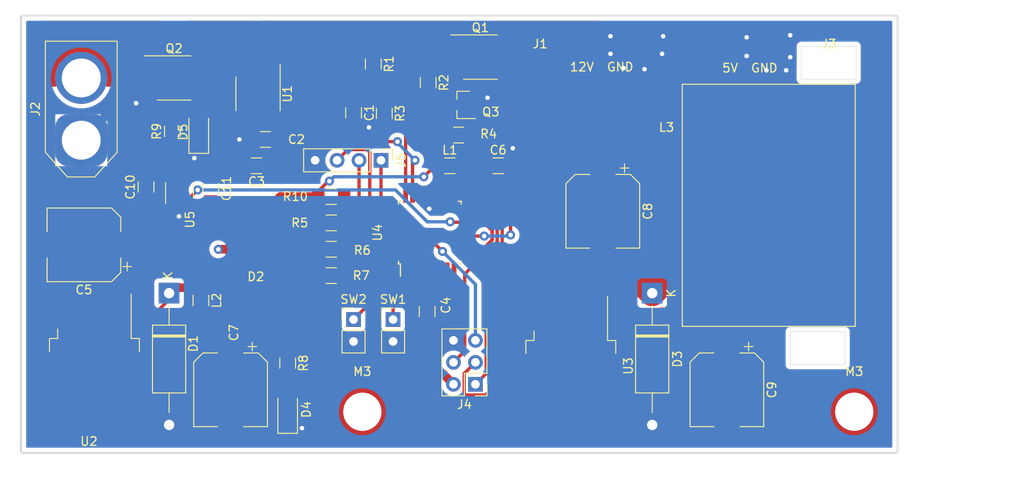
<source format=kicad_pcb>
(kicad_pcb (version 20171130) (host pcbnew "(5.1.6)-1")
  (layers (0 F.Cu signal) (31 B.Cu signal) (34 B.Paste user) (35 F.Paste user) (36 B.SilkS user) (37 F.SilkS user) (38 B.Mask user) (39 F.Mask user) (44 Edge.Cuts user))
  (net 0 "")
  (net 1 GND)
  (net 2 V_SENSE)
  (net 3 +3V3)
  (net 4 I_SENSE)
  (net 5 "Net-(C5-Pad1)")
  (net 6 "Net-(C6-Pad1)")
  (net 7 +5V)
  (net 8 +12V)
  (net 9 +5VL)
  (net 10 "Net-(D1-Pad1)")
  (net 11 "Net-(D2-Pad4)")
  (net 12 "Net-(D2-Pad3)")
  (net 13 "Net-(D2-Pad2)")
  (net 14 "Net-(D2-Pad1)")
  (net 15 "Net-(D3-Pad1)")
  (net 16 "Net-(D4-Pad2)")
  (net 17 "Net-(D5-Pad2)")
  (net 18 "Net-(J2-Pad2)")
  (net 19 RST)
  (net 20 MOSI)
  (net 21 SCK)
  (net 22 MISO)
  (net 23 SDA)
  (net 24 SCL)
  (net 25 "Net-(Q1-Pad4)")
  (net 26 "Net-(Q1-Pad1)")
  (net 27 "Net-(Q3-Pad1)")
  (net 28 V_CUTOFF)
  (net 29 STATUS_R)
  (net 30 STATUS_G)
  (net 31 STATUS_B)
  (net 32 B2)
  (net 33 B1)
  (net 34 3.3V_Enable)
  (net 35 SHUTDOWN)
  (module Package_SO:SOIC-8-1EP_3.9x4.9mm_P1.27mm_EP2.29x3mm (layer F.Cu) (at 67.629 106.68)
    (fp_text reference Q2 (at 0 -3.4) (layer F.SilkS))
    (fp_text value Si4435FDY)
    (pad 9 smd rect (at 0 0) (size 2.29 3) (layers F.Cu F.Mask))
    (pad 8 smd roundrect (at 2.475 -1.905) (size 1.95 0.6) (layers F.Cu F.Paste F.Mask) (net 5 "Net-(C5-Pad1)"))
    (pad 7 smd roundrect (at 2.475 -0.635) (size 1.95 0.6) (layers F.Cu F.Paste F.Mask) (net 5 "Net-(C5-Pad1)"))
    (pad 6 smd roundrect (at 2.475 0.635) (size 1.95 0.6) (layers F.Cu F.Paste F.Mask) (net 5 "Net-(C5-Pad1)"))
    (pad 5 smd roundrect (at 2.475 1.905) (size 1.95 0.6) (layers F.Cu F.Paste F.Mask) (net 5 "Net-(C5-Pad1)"))
    (pad 4 smd roundrect (at -2.475 1.905) (size 1.95 0.6) (layers F.Cu F.Paste F.Mask) (net 1 GND))
    (pad 3 smd roundrect (at -2.475 0.635) (size 1.95 0.6) (layers F.Cu F.Paste F.Mask) (net 18 "Net-(J2-Pad2)"))
    (pad 2 smd roundrect (at -2.475 -0.635) (size 1.95 0.6) (layers F.Cu F.Paste F.Mask) (net 18 "Net-(J2-Pad2)"))
    (pad 1 smd roundrect (at -2.475 -1.905) (size 1.95 0.6) (layers F.Cu F.Paste F.Mask) (net 18 "Net-(J2-Pad2)"))
  )
  (module Mounting_Wuerth:Mounting_Wuerth_WA-SMSI-M3_H2mm_9774020360 (layer F.Cu) (at 89.408 145.288)
    (fp_text reference M3 (at 0 -4.65) (layer F.SilkS))
    (fp_text value Mounting_Wuerth_WA-SMSI-M3_H2mm_9774020360)
    (pad 1 smd custom (at 2.95 0) (size 1.1 1.1) (layers F.Cu F.Mask) (options (clearance outline) (anchor circle)) (primitives (gr_circle (center -2.95 0) (end 0 0) (width 1.5))))
    (pad 1 smd circle (at 0 2.95) (size 1.1 1.1) (layers F.Cu))
    (pad 1 smd circle (at -2.95 0) (size 1.1 1.1) (layers F.Cu))
    (pad 1 smd circle (at 0 -2.95) (size 1.1 1.1) (layers F.Cu))
    (pad "" np_thru_hole circle (at 0 0) (size 4.4 4.4) (drill 4.4) (layers *.Cu *.Mask))
  )
  (module Mounting_Wuerth:Mounting_Wuerth_WA-SMSI-M3_H2mm_9774020360 (layer F.Cu) (at 146.304 145.288)
    (fp_text reference M3 (at 0 -4.65) (layer F.SilkS))
    (fp_text value Mounting_Wuerth_WA-SMSI-M3_H2mm_9774020360)
    (pad "" np_thru_hole circle (at 0 0) (size 4.4 4.4) (drill 4.4) (layers *.Cu *.Mask))
    (pad 1 smd circle (at 0 -2.95) (size 1.1 1.1) (layers F.Cu))
    (pad 1 smd circle (at -2.95 0) (size 1.1 1.1) (layers F.Cu))
    (pad 1 smd circle (at 0 2.95) (size 1.1 1.1) (layers F.Cu))
    (pad 1 smd custom (at 2.95 0) (size 1.1 1.1) (layers F.Cu F.Mask) (options (clearance outline) (anchor circle)) (primitives (gr_circle (center -2.95 0) (end 0 0) (width 1.5))))
  )
  (module "Custom Part Library:SolderWire-2.5sqmm_1x02_P7.2mm_D2.4mm_OD3.6mm_SMD" (layer F.Cu) (at 130.048 102.616)
    (fp_text reference J3 (at 13.335 0.127) (layer F.SilkS))
    (fp_text value "5V Load Output")
    (pad 2 smd circle (at 7.2 0) (size 4 4) (layers F.Cu F.Paste F.Mask) (net 1 GND))
    (pad 1 smd roundrect (at 0 0) (size 4 4) (layers F.Cu F.Paste F.Mask) (roundrect_rratio 0.062) (net 9 +5VL))
  )
  (module "Custom Part Library:SolderWire-2.5sqmm_1x02_P7.2mm_D2.4mm_OD3.6mm_SMD" (layer F.Cu) (at 113.792 102.616)
    (fp_text reference J1 (at -3.81 0.127) (layer F.SilkS))
    (fp_text value "12V Output")
    (pad 2 smd circle (at 7.2 0) (size 4 4) (layers F.Cu F.Paste F.Mask) (net 1 GND))
    (pad 1 smd roundrect (at 0 0) (size 4 4) (layers F.Cu F.Paste F.Mask) (roundrect_rratio 0.062) (net 8 +12V))
  )
  (module Package_SO:SOIC-8-1EP_3.9x4.9mm_P1.27mm_EP2.29x3mm (layer F.Cu) (at 103.059 104.267)
    (fp_text reference Q1 (at 0 -3.4) (layer F.SilkS))
    (fp_text value Si4435FDY)
    (pad 9 smd rect (at 0 0) (size 2.29 3) (layers F.Cu F.Mask))
    (pad 8 smd roundrect (at 2.475 -1.905) (size 1.95 0.6) (layers F.Cu F.Paste F.Mask) (net 8 +12V))
    (pad 7 smd roundrect (at 2.475 -0.635) (size 1.95 0.6) (layers F.Cu F.Paste F.Mask) (net 8 +12V))
    (pad 6 smd roundrect (at 2.475 0.635) (size 1.95 0.6) (layers F.Cu F.Paste F.Mask) (net 8 +12V))
    (pad 5 smd roundrect (at 2.475 1.905) (size 1.95 0.6) (layers F.Cu F.Paste F.Mask) (net 8 +12V))
    (pad 4 smd roundrect (at -2.475 1.905) (size 1.95 0.6) (layers F.Cu F.Paste F.Mask) (net 25 "Net-(Q1-Pad4)"))
    (pad 3 smd roundrect (at -2.475 0.635) (size 1.95 0.6) (layers F.Cu F.Paste F.Mask) (net 26 "Net-(Q1-Pad1)"))
    (pad 2 smd roundrect (at -2.475 -0.635) (size 1.95 0.6) (layers F.Cu F.Paste F.Mask) (net 26 "Net-(Q1-Pad1)"))
    (pad 1 smd roundrect (at -2.475 -1.905) (size 1.95 0.6) (layers F.Cu F.Paste F.Mask) (net 26 "Net-(Q1-Pad1)"))
  )
  (module Inductor_SMD:L_1206_3216Metric_Pad1.42x1.75mm_HandSolder (layer F.Cu) (at 70.739 132.4245 270)
    (fp_text reference L2 (at 0 -1.82 90) (layer F.SilkS))
    (fp_text value 100uH)
    (pad 2 smd roundrect (at 1.4875 0 270) (size 1.425 1.75) (layers F.Cu F.Paste F.Mask) (roundrect_rratio 0.175439) (net 7 +5V))
    (pad 1 smd roundrect (at -1.4875 0 270) (size 1.425 1.75) (layers F.Cu F.Paste F.Mask) (roundrect_rratio 0.175439) (net 10 "Net-(D1-Pad1)"))
  )
  (module Package_TO_SOT_SMD:SOT-23-5 (layer F.Cu) (at 68.265 119.677 90)
    (fp_text reference U5 (at -3.386 1.204 90) (layer F.SilkS))
    (fp_text value MIC5504-3.3YM5)
    (pad 5 smd rect (at 1.1 -0.95 90) (size 1.06 0.65) (layers F.Cu F.Paste F.Mask) (net 3 +3V3))
    (pad 4 smd rect (at 1.1 0.95 90) (size 1.06 0.65) (layers F.Cu F.Paste F.Mask))
    (pad 3 smd rect (at -1.1 0.95 90) (size 1.06 0.65) (layers F.Cu F.Paste F.Mask) (net 34 3.3V_Enable))
    (pad 2 smd rect (at -1.1 0 90) (size 1.06 0.65) (layers F.Cu F.Paste F.Mask) (net 1 GND))
    (pad 1 smd rect (at -1.1 -0.95 90) (size 1.06 0.65) (layers F.Cu F.Paste F.Mask) (net 7 +5V))
  )
  (module Package_QFP:TQFP-32_7x7mm_P0.8mm (layer F.Cu) (at 97.214 124.568 90)
    (fp_text reference U4 (at 0 -6.05 90) (layer F.SilkS))
    (fp_text value ATtiny88-AU)
    (pad 32 smd rect (at -2.8 -4.25 180) (size 1.6 0.55) (layers F.Cu F.Paste F.Mask) (net 31 STATUS_B))
    (pad 31 smd rect (at -2 -4.25 180) (size 1.6 0.55) (layers F.Cu F.Paste F.Mask) (net 30 STATUS_G))
    (pad 30 smd rect (at -1.2 -4.25 180) (size 1.6 0.55) (layers F.Cu F.Paste F.Mask) (net 29 STATUS_R))
    (pad 29 smd rect (at -0.4 -4.25 180) (size 1.6 0.55) (layers F.Cu F.Paste F.Mask) (net 19 RST))
    (pad 28 smd rect (at 0.4 -4.25 180) (size 1.6 0.55) (layers F.Cu F.Paste F.Mask) (net 24 SCL))
    (pad 27 smd rect (at 1.2 -4.25 180) (size 1.6 0.55) (layers F.Cu F.Paste F.Mask) (net 23 SDA))
    (pad 26 smd rect (at 2 -4.25 180) (size 1.6 0.55) (layers F.Cu F.Paste F.Mask) (net 35 SHUTDOWN))
    (pad 25 smd rect (at 2.8 -4.25 180) (size 1.6 0.55) (layers F.Cu F.Paste F.Mask))
    (pad 24 smd rect (at 4.25 -2.8 90) (size 1.6 0.55) (layers F.Cu F.Paste F.Mask) (net 2 V_SENSE))
    (pad 23 smd rect (at 4.25 -2 90) (size 1.6 0.55) (layers F.Cu F.Paste F.Mask) (net 4 I_SENSE))
    (pad 22 smd rect (at 4.25 -1.2 90) (size 1.6 0.55) (layers F.Cu F.Paste F.Mask))
    (pad 21 smd rect (at 4.25 -0.4 90) (size 1.6 0.55) (layers F.Cu F.Paste F.Mask) (net 1 GND))
    (pad 20 smd rect (at 4.25 0.4 90) (size 1.6 0.55) (layers F.Cu F.Paste F.Mask))
    (pad 19 smd rect (at 4.25 1.2 90) (size 1.6 0.55) (layers F.Cu F.Paste F.Mask))
    (pad 18 smd rect (at 4.25 2 90) (size 1.6 0.55) (layers F.Cu F.Paste F.Mask) (net 6 "Net-(C6-Pad1)"))
    (pad 17 smd rect (at 4.25 2.8 90) (size 1.6 0.55) (layers F.Cu F.Paste F.Mask) (net 21 SCK))
    (pad 16 smd rect (at 2.8 4.25 180) (size 1.6 0.55) (layers F.Cu F.Paste F.Mask) (net 22 MISO))
    (pad 15 smd rect (at 2 4.25 180) (size 1.6 0.55) (layers F.Cu F.Paste F.Mask) (net 20 MOSI))
    (pad 14 smd rect (at 1.2 4.25 180) (size 1.6 0.55) (layers F.Cu F.Paste F.Mask) (net 34 3.3V_Enable))
    (pad 13 smd rect (at 0.4 4.25 180) (size 1.6 0.55) (layers F.Cu F.Paste F.Mask))
    (pad 12 smd rect (at -0.4 4.25 180) (size 1.6 0.55) (layers F.Cu F.Paste F.Mask) (net 28 V_CUTOFF))
    (pad 11 smd rect (at -1.2 4.25 180) (size 1.6 0.55) (layers F.Cu F.Paste F.Mask))
    (pad 10 smd rect (at -2 4.25 180) (size 1.6 0.55) (layers F.Cu F.Paste F.Mask))
    (pad 9 smd rect (at -2.8 4.25 180) (size 1.6 0.55) (layers F.Cu F.Paste F.Mask))
    (pad 8 smd rect (at -4.25 2.8 90) (size 1.6 0.55) (layers F.Cu F.Paste F.Mask))
    (pad 7 smd rect (at -4.25 2 90) (size 1.6 0.55) (layers F.Cu F.Paste F.Mask))
    (pad 6 smd rect (at -4.25 1.2 90) (size 1.6 0.55) (layers F.Cu F.Paste F.Mask))
    (pad 5 smd rect (at -4.25 0.4 90) (size 1.6 0.55) (layers F.Cu F.Paste F.Mask) (net 1 GND))
    (pad 4 smd rect (at -4.25 -0.4 90) (size 1.6 0.55) (layers F.Cu F.Paste F.Mask) (net 7 +5V))
    (pad 3 smd rect (at -4.25 -1.2 90) (size 1.6 0.55) (layers F.Cu F.Paste F.Mask))
    (pad 2 smd rect (at -4.25 -2 90) (size 1.6 0.55) (layers F.Cu F.Paste F.Mask) (net 32 B2))
    (pad 1 smd rect (at -4.25 -2.8 90) (size 1.6 0.55) (layers F.Cu F.Paste F.Mask) (net 33 B1))
  )
  (module Package_TO_SOT_SMD:TO-263-5_TabPin3 (layer F.Cu) (at 113.519 139.996 270)
    (fp_text reference U3 (at 0 -6.65 90) (layer F.SilkS))
    (fp_text value LM2576S-5)
    (pad 3 smd rect (at 3.375 0 270) (size 9.4 10.8) (layers F.Cu F.Mask) (net 1 GND))
    (pad 5 smd rect (at -5.775 3.4 270) (size 4.6 1.1) (layers F.Cu F.Paste F.Mask) (net 1 GND))
    (pad 4 smd rect (at -5.775 1.7 270) (size 4.6 1.1) (layers F.Cu F.Paste F.Mask) (net 9 +5VL))
    (pad 3 smd rect (at -5.775 0 270) (size 4.6 1.1) (layers F.Cu F.Paste F.Mask) (net 1 GND))
    (pad 2 smd rect (at -5.775 -1.7 270) (size 4.6 1.1) (layers F.Cu F.Paste F.Mask) (net 15 "Net-(D3-Pad1)"))
    (pad 1 smd rect (at -5.775 -3.4 270) (size 4.6 1.1) (layers F.Cu F.Paste F.Mask) (net 8 +12V))
  )
  (module Package_TO_SOT_SMD:TO-263-5_TabPin3 (layer F.Cu) (at 58.42 139.766 270)
    (fp_text reference U2 (at 8.951 0.635 180) (layer F.SilkS))
    (fp_text value LM2576S-5)
    (pad 3 smd rect (at 3.375 0 270) (size 9.4 10.8) (layers F.Cu F.Mask) (net 1 GND))
    (pad 5 smd rect (at -5.775 3.4 270) (size 4.6 1.1) (layers F.Cu F.Paste F.Mask) (net 1 GND))
    (pad 4 smd rect (at -5.775 1.7 270) (size 4.6 1.1) (layers F.Cu F.Paste F.Mask) (net 7 +5V))
    (pad 3 smd rect (at -5.775 0 270) (size 4.6 1.1) (layers F.Cu F.Paste F.Mask) (net 1 GND))
    (pad 2 smd rect (at -5.775 -1.7 270) (size 4.6 1.1) (layers F.Cu F.Paste F.Mask) (net 10 "Net-(D1-Pad1)"))
    (pad 1 smd rect (at -5.775 -3.4 270) (size 4.6 1.1) (layers F.Cu F.Paste F.Mask) (net 5 "Net-(C5-Pad1)"))
  )
  (module Package_SO:SOIC-8_3.9x4.9mm_P1.27mm (layer F.Cu) (at 77.343 108.52 270)
    (fp_text reference U1 (at 0 -3.4 90) (layer F.SilkS))
    (fp_text value ACS722xLCTR-10AU)
    (pad 8 smd roundrect (at 2.475 -1.905 270) (size 1.95 0.6) (layers F.Cu F.Paste F.Mask) (net 3 +3V3))
    (pad 7 smd roundrect (at 2.475 -0.635 270) (size 1.95 0.6) (layers F.Cu F.Paste F.Mask) (net 4 I_SENSE))
    (pad 6 smd roundrect (at 2.475 0.635 270) (size 1.95 0.6) (layers F.Cu F.Paste F.Mask) (net 1 GND))
    (pad 5 smd roundrect (at 2.475 1.905 270) (size 1.95 0.6) (layers F.Cu F.Paste F.Mask) (net 1 GND))
    (pad 4 smd roundrect (at -2.475 1.905 270) (size 1.95 0.6) (layers F.Cu F.Paste F.Mask) (net 5 "Net-(C5-Pad1)"))
    (pad 3 smd roundrect (at -2.475 0.635 270) (size 1.95 0.6) (layers F.Cu F.Paste F.Mask) (net 5 "Net-(C5-Pad1)"))
    (pad 2 smd roundrect (at -2.475 -0.635 270) (size 1.95 0.6) (layers F.Cu F.Paste F.Mask) (net 26 "Net-(Q1-Pad1)"))
    (pad 1 smd roundrect (at -2.475 -1.905 270) (size 1.95 0.6) (layers F.Cu F.Paste F.Mask) (net 26 "Net-(Q1-Pad1)"))
  )
  (module Connector_PinHeader_2.54mm:PinHeader_1x02_P2.54mm_Vertical (layer F.Cu) (at 88.392 134.62)
    (fp_text reference SW2 (at 0 -2.33) (layer F.SilkS))
    (fp_text value SW_SPST)
    (pad 2 thru_hole oval (at 0 2.54) (size 1.7 1.7) (drill 1) (layers *.Cu *.Mask) (net 1 GND))
    (pad 1 thru_hole rect (at 0 0) (size 1.7 1.7) (drill 1) (layers *.Cu *.Mask) (net 33 B1))
  )
  (module Connector_PinHeader_2.54mm:PinHeader_1x02_P2.54mm_Vertical (layer F.Cu) (at 92.964 134.62)
    (fp_text reference SW1 (at 0 -2.33) (layer F.SilkS))
    (fp_text value SW_SPST)
    (pad 2 thru_hole oval (at 0 2.54) (size 1.7 1.7) (drill 1) (layers *.Cu *.Mask) (net 1 GND))
    (pad 1 thru_hole rect (at 0 0) (size 1.7 1.7) (drill 1) (layers *.Cu *.Mask) (net 32 B2))
  )
  (module Resistor_SMD:R_1206_3216Metric_Pad1.42x1.75mm_HandSolder (layer F.Cu) (at 85.8155 120.396)
    (fp_text reference R10 (at -4.1545 0) (layer F.SilkS))
    (fp_text value 10k)
    (pad 2 smd roundrect (at 1.4875 0) (size 1.425 1.75) (layers F.Cu F.Paste F.Mask) (roundrect_rratio 0.175439) (net 19 RST))
    (pad 1 smd roundrect (at -1.4875 0) (size 1.425 1.75) (layers F.Cu F.Paste F.Mask) (roundrect_rratio 0.175439) (net 7 +5V))
  )
  (module Resistor_SMD:R_1206_3216Metric_Pad1.42x1.75mm_HandSolder (layer F.Cu) (at 67.437 112.8665 90)
    (fp_text reference R9 (at 0 -1.82 90) (layer F.SilkS))
    (fp_text value 220)
    (pad 2 smd roundrect (at 1.4875 0 90) (size 1.425 1.75) (layers F.Cu F.Paste F.Mask) (roundrect_rratio 0.175439) (net 17 "Net-(D5-Pad2)"))
    (pad 1 smd roundrect (at -1.4875 0 90) (size 1.425 1.75) (layers F.Cu F.Paste F.Mask) (roundrect_rratio 0.175439) (net 3 +3V3))
  )
  (module Resistor_SMD:R_1206_3216Metric_Pad1.42x1.75mm_HandSolder (layer F.Cu) (at 80.772 139.6635 270)
    (fp_text reference R8 (at 0 -1.82 90) (layer F.SilkS))
    (fp_text value 330)
    (pad 2 smd roundrect (at 1.4875 0 270) (size 1.425 1.75) (layers F.Cu F.Paste F.Mask) (roundrect_rratio 0.175439) (net 16 "Net-(D4-Pad2)"))
    (pad 1 smd roundrect (at -1.4875 0 270) (size 1.425 1.75) (layers F.Cu F.Paste F.Mask) (roundrect_rratio 0.175439) (net 7 +5V))
  )
  (module Resistor_SMD:R_1206_3216Metric_Pad1.42x1.75mm_HandSolder (layer F.Cu) (at 85.8155 129.54)
    (fp_text reference R7 (at 3.4655 0) (layer F.SilkS))
    (fp_text value 90)
    (pad 2 smd roundrect (at 1.4875 0) (size 1.425 1.75) (layers F.Cu F.Paste F.Mask) (roundrect_rratio 0.175439) (net 31 STATUS_B))
    (pad 1 smd roundrect (at -1.4875 0) (size 1.425 1.75) (layers F.Cu F.Paste F.Mask) (roundrect_rratio 0.175439) (net 12 "Net-(D2-Pad3)"))
  )
  (module Resistor_SMD:R_1206_3216Metric_Pad1.42x1.75mm_HandSolder (layer F.Cu) (at 85.8155 126.492)
    (fp_text reference R6 (at 3.5925 0.127) (layer F.SilkS))
    (fp_text value 90)
    (pad 2 smd roundrect (at 1.4875 0) (size 1.425 1.75) (layers F.Cu F.Paste F.Mask) (roundrect_rratio 0.175439) (net 30 STATUS_G))
    (pad 1 smd roundrect (at -1.4875 0) (size 1.425 1.75) (layers F.Cu F.Paste F.Mask) (roundrect_rratio 0.175439) (net 13 "Net-(D2-Pad2)"))
  )
  (module Resistor_SMD:R_1206_3216Metric_Pad1.42x1.75mm_HandSolder (layer F.Cu) (at 85.8155 123.444)
    (fp_text reference R5 (at -3.6465 0) (layer F.SilkS))
    (fp_text value 150)
    (pad 2 smd roundrect (at 1.4875 0) (size 1.425 1.75) (layers F.Cu F.Paste F.Mask) (roundrect_rratio 0.175439) (net 29 STATUS_R))
    (pad 1 smd roundrect (at -1.4875 0) (size 1.425 1.75) (layers F.Cu F.Paste F.Mask) (roundrect_rratio 0.175439) (net 14 "Net-(D2-Pad1)"))
  )
  (module Resistor_SMD:R_1206_3216Metric_Pad1.42x1.75mm_HandSolder (layer F.Cu) (at 100.5475 113.284)
    (fp_text reference R4 (at 3.4655 -0.127) (layer F.SilkS))
    (fp_text value 500)
    (pad 2 smd roundrect (at 1.4875 0) (size 1.425 1.75) (layers F.Cu F.Paste F.Mask) (roundrect_rratio 0.175439) (net 27 "Net-(Q3-Pad1)"))
    (pad 1 smd roundrect (at -1.4875 0) (size 1.425 1.75) (layers F.Cu F.Paste F.Mask) (roundrect_rratio 0.175439) (net 28 V_CUTOFF))
  )
  (module Resistor_SMD:R_1206_3216Metric_Pad1.42x1.75mm_HandSolder (layer F.Cu) (at 91.948 110.7805 270)
    (fp_text reference R3 (at 0 -1.82 90) (layer F.SilkS))
    (fp_text value 5k/1%)
    (pad 2 smd roundrect (at 1.4875 0 270) (size 1.425 1.75) (layers F.Cu F.Paste F.Mask) (roundrect_rratio 0.175439) (net 1 GND))
    (pad 1 smd roundrect (at -1.4875 0 270) (size 1.425 1.75) (layers F.Cu F.Paste F.Mask) (roundrect_rratio 0.175439) (net 2 V_SENSE))
  )
  (module Resistor_SMD:R_1206_3216Metric_Pad1.42x1.75mm_HandSolder (layer F.Cu) (at 97.028 107.2245 270)
    (fp_text reference R2 (at 0 -1.82 90) (layer F.SilkS))
    (fp_text value 10k)
    (pad 2 smd roundrect (at 1.4875 0 270) (size 1.425 1.75) (layers F.Cu F.Paste F.Mask) (roundrect_rratio 0.175439) (net 25 "Net-(Q1-Pad4)"))
    (pad 1 smd roundrect (at -1.4875 0 270) (size 1.425 1.75) (layers F.Cu F.Paste F.Mask) (roundrect_rratio 0.175439) (net 26 "Net-(Q1-Pad1)"))
  )
  (module Resistor_SMD:R_1206_3216Metric_Pad1.42x1.75mm_HandSolder (layer F.Cu) (at 90.678 105.0655 270)
    (fp_text reference R1 (at 0 -1.82 90) (layer F.SilkS))
    (fp_text value 20k/1%)
    (pad 2 smd roundrect (at 1.4875 0 270) (size 1.425 1.75) (layers F.Cu F.Paste F.Mask) (roundrect_rratio 0.175439) (net 2 V_SENSE))
    (pad 1 smd roundrect (at -1.4875 0 270) (size 1.425 1.75) (layers F.Cu F.Paste F.Mask) (roundrect_rratio 0.175439) (net 26 "Net-(Q1-Pad1)"))
  )
  (module Package_TO_SOT_SMD:SOT-23 (layer F.Cu) (at 101.108 109.794 180)
    (fp_text reference Q3 (at -3.159 -0.823) (layer F.SilkS))
    (fp_text value BCW65)
    (pad 3 smd rect (at 1 0 180) (size 0.9 0.8) (layers F.Cu F.Paste F.Mask) (net 25 "Net-(Q1-Pad4)"))
    (pad 2 smd rect (at -1 0.95 180) (size 0.9 0.8) (layers F.Cu F.Paste F.Mask) (net 1 GND))
    (pad 1 smd rect (at -1 -0.95 180) (size 0.9 0.8) (layers F.Cu F.Paste F.Mask) (net 27 "Net-(Q3-Pad1)"))
  )
  (module "Custom Part Library:Inductor-Murata-6000B" (layer F.Cu) (at 136.412 121.412)
    (fp_text reference L3 (at -11.825 -9.017) (layer F.SilkS))
    (fp_text value 330uH)
    (pad 2 smd rect (at 10.4 0) (size 3 14) (layers F.Cu F.Paste F.Mask) (net 9 +5VL))
    (pad 1 smd rect (at -10.4 0) (size 3 14) (layers F.Cu F.Paste F.Mask) (net 15 "Net-(D3-Pad1)"))
  )
  (module Inductor_SMD:L_1206_3216Metric_Pad1.42x1.75mm_HandSolder (layer F.Cu) (at 99.5315 116.84)
    (fp_text reference L1 (at 0 -1.82) (layer F.SilkS))
    (fp_text value 10uH)
    (pad 2 smd roundrect (at 1.4875 0) (size 1.425 1.75) (layers F.Cu F.Paste F.Mask) (roundrect_rratio 0.175439) (net 6 "Net-(C6-Pad1)"))
    (pad 1 smd roundrect (at -1.4875 0) (size 1.425 1.75) (layers F.Cu F.Paste F.Mask) (roundrect_rratio 0.175439) (net 7 +5V))
  )
  (module Connector_PinHeader_2.54mm:PinHeader_1x04_P2.54mm_Vertical (layer F.Cu) (at 91.567 116.205 270)
    (fp_text reference J5 (at 0 -2.33 90) (layer F.SilkS))
    (fp_text value Monitor)
    (pad 4 thru_hole oval (at 0 7.62 270) (size 1.7 1.7) (drill 1) (layers *.Cu *.Mask) (net 1 GND))
    (pad 3 thru_hole oval (at 0 5.08 270) (size 1.7 1.7) (drill 1) (layers *.Cu *.Mask) (net 23 SDA))
    (pad 2 thru_hole oval (at 0 2.54 270) (size 1.7 1.7) (drill 1) (layers *.Cu *.Mask) (net 24 SCL))
    (pad 1 thru_hole rect (at 0 0 270) (size 1.7 1.7) (drill 1) (layers *.Cu *.Mask) (net 35 SHUTDOWN))
  )
  (module Connector_PinHeader_2.54mm:PinHeader_2x03_P2.54mm_Vertical (layer F.Cu) (at 102.489 142.113 180)
    (fp_text reference J4 (at 1.27 -2.33) (layer F.SilkS))
    (fp_text value AVR-ISP-6)
    (pad 6 thru_hole oval (at 2.54 5.08 180) (size 1.7 1.7) (drill 1) (layers *.Cu *.Mask) (net 1 GND))
    (pad 5 thru_hole oval (at 0 5.08 180) (size 1.7 1.7) (drill 1) (layers *.Cu *.Mask) (net 19 RST))
    (pad 4 thru_hole oval (at 2.54 2.54 180) (size 1.7 1.7) (drill 1) (layers *.Cu *.Mask) (net 20 MOSI))
    (pad 3 thru_hole oval (at 0 2.54 180) (size 1.7 1.7) (drill 1) (layers *.Cu *.Mask) (net 21 SCK))
    (pad 2 thru_hole oval (at 2.54 0 180) (size 1.7 1.7) (drill 1) (layers *.Cu *.Mask) (net 7 +5V))
    (pad 1 thru_hole rect (at 0 0 180) (size 1.7 1.7) (drill 1) (layers *.Cu *.Mask) (net 22 MISO))
  )
  (module Amass:AMASS_XT60-M_1x02_P7.20mm_Vertical (layer F.Cu) (at 56.896 113.88 90)
    (fp_text reference J2 (at 3.6 -5.3 270) (layer F.SilkS))
    (fp_text value "XT60 Male")
    (pad 1 thru_hole roundrect (at 0 0 90) (size 6 6) (drill 4.5) (layers *.Cu *.Mask) (net 1 GND))
    (pad 2 thru_hole circle (at 7.2 0 90) (size 6 6) (drill 4.5) (layers *.Cu *.Mask) (net 18 "Net-(J2-Pad2)"))
  )
  (module LED_SMD:LED_1206_3216Metric_Pad1.42x1.75mm_HandSolder (layer F.Cu) (at 70.485 112.9395 90)
    (fp_text reference D5 (at 0 -1.82 90) (layer F.SilkS))
    (fp_text value Green)
    (pad 2 smd roundrect (at 1.4875 0 90) (size 1.425 1.75) (layers F.Cu F.Paste F.Mask) (roundrect_rratio 0.175439) (net 17 "Net-(D5-Pad2)"))
    (pad 1 smd roundrect (at -1.4875 0 90) (size 1.425 1.75) (layers F.Cu F.Paste F.Mask) (roundrect_rratio 0.175439) (net 1 GND))
  )
  (module LED_SMD:LED_1206_3216Metric_Pad1.42x1.75mm_HandSolder (layer F.Cu) (at 80.772 145.3245 90)
    (fp_text reference D4 (at 0.2905 2.159 90) (layer F.SilkS))
    (fp_text value Red)
    (pad 2 smd roundrect (at 1.4875 0 90) (size 1.425 1.75) (layers F.Cu F.Paste F.Mask) (roundrect_rratio 0.175439) (net 16 "Net-(D4-Pad2)"))
    (pad 1 smd roundrect (at -1.4875 0 90) (size 1.425 1.75) (layers F.Cu F.Paste F.Mask) (roundrect_rratio 0.175439) (net 1 GND))
  )
  (module Diode_THT:D_DO-15_P15.24mm_Horizontal (layer F.Cu) (at 122.936 131.572 270)
    (fp_text reference D3 (at 7.62 -2.92 90) (layer F.SilkS))
    (fp_text value 1N5822)
    (fp_text user K (at 0 -2.2 90) (layer F.SilkS))
    (pad 2 thru_hole oval (at 15.24 0 270) (size 2.4 2.4) (drill 1.2) (layers *.Cu *.Mask) (net 1 GND))
    (pad 1 thru_hole rect (at 0 0 270) (size 2.4 2.4) (drill 1.2) (layers *.Cu *.Mask) (net 15 "Net-(D3-Pad1)"))
  )
  (module "Custom Part Library:BL-HBXJXGX32L" (layer F.Cu) (at 77.216 126.492 180)
    (fp_text reference D2 (at 0.127 -3.175) (layer F.SilkS))
    (fp_text value BL-HBXJXGX32L)
    (pad 5 smd rect (at 2.7 1.6 180) (size 2 1.1) (layers F.Cu F.Paste F.Mask) (net 11 "Net-(D2-Pad4)"))
    (pad 6 smd rect (at 2.7 0 180) (size 2 1.1) (layers F.Cu F.Paste F.Mask) (net 11 "Net-(D2-Pad4)"))
    (pad 4 smd rect (at 2.7 -1.6 180) (size 2 1.1) (layers F.Cu F.Paste F.Mask) (net 11 "Net-(D2-Pad4)"))
    (pad 3 smd rect (at -2.7 -1.6 180) (size 2 1.1) (layers F.Cu F.Paste F.Mask) (net 12 "Net-(D2-Pad3)"))
    (pad 2 smd rect (at -2.7 1.6 180) (size 2 1.1) (layers F.Cu F.Paste F.Mask) (net 13 "Net-(D2-Pad2)"))
    (pad 1 smd rect (at -2.7 0 180) (size 2 1.1) (layers F.Cu F.Paste F.Mask) (net 14 "Net-(D2-Pad1)"))
  )
  (module Diode_THT:D_DO-15_P15.24mm_Horizontal (layer F.Cu) (at 67.056 131.572 270)
    (fp_text reference D1 (at 5.842 -2.794 90) (layer F.SilkS))
    (fp_text value 1N5822)
    (fp_text user K (at -2.032 0.127 90) (layer F.SilkS))
    (pad 2 thru_hole oval (at 15.24 0 270) (size 2.4 2.4) (drill 1.2) (layers *.Cu *.Mask) (net 1 GND))
    (pad 1 thru_hole rect (at 0 0 270) (size 2.4 2.4) (drill 1.2) (layers *.Cu *.Mask) (net 10 "Net-(D1-Pad1)"))
  )
  (module Capacitor_SMD:C_1206_3216Metric_Pad1.42x1.75mm_HandSolder (layer F.Cu) (at 71.882 119.4705 270)
    (fp_text reference C11 (at 0 -1.82 90) (layer F.SilkS))
    (fp_text value 1uF)
    (pad 2 smd roundrect (at 1.4875 0 270) (size 1.425 1.75) (layers F.Cu F.Paste F.Mask) (roundrect_rratio 0.175439) (net 1 GND))
    (pad 1 smd roundrect (at -1.4875 0 270) (size 1.425 1.75) (layers F.Cu F.Paste F.Mask) (roundrect_rratio 0.175439) (net 3 +3V3))
  )
  (module Capacitor_SMD:C_1206_3216Metric_Pad1.42x1.75mm_HandSolder (layer F.Cu) (at 64.389 119.2895 90)
    (fp_text reference C10 (at 0 -1.82 90) (layer F.SilkS))
    (fp_text value 1uF)
    (pad 2 smd roundrect (at 1.4875 0 90) (size 1.425 1.75) (layers F.Cu F.Paste F.Mask) (roundrect_rratio 0.175439) (net 1 GND))
    (pad 1 smd roundrect (at -1.4875 0 90) (size 1.425 1.75) (layers F.Cu F.Paste F.Mask) (roundrect_rratio 0.175439) (net 7 +5V))
  )
  (module Capacitor_SMD:CP_Elec_8x5.4 (layer F.Cu) (at 131.572 142.75 270)
    (fp_text reference C9 (at 0 -5.2 90) (layer F.SilkS))
    (fp_text value "330uF Electrolytic")
    (pad 2 smd roundrect (at 3.05 0 270) (size 4 2.5) (layers F.Cu F.Paste F.Mask) (roundrect_rratio 0.1) (net 1 GND))
    (pad 1 smd roundrect (at -3.05 0 270) (size 4 2.5) (layers F.Cu F.Paste F.Mask) (roundrect_rratio 0.1) (net 9 +5VL))
  )
  (module Capacitor_SMD:CP_Elec_8x10 (layer F.Cu) (at 117.221 122.099 270)
    (fp_text reference C8 (at 0 -5.2 90) (layer F.SilkS))
    (fp_text value "100uF Electrolytic")
    (pad 2 smd roundrect (at 3.25 0 270) (size 3.5 2.5) (layers F.Cu F.Paste F.Mask) (roundrect_rratio 0.1) (net 1 GND))
    (pad 1 smd roundrect (at -3.25 0 270) (size 3.5 2.5) (layers F.Cu F.Paste F.Mask) (roundrect_rratio 0.1) (net 8 +12V))
  )
  (module Capacitor_SMD:CP_Elec_8x5.4 (layer F.Cu) (at 74.168 142.75 270)
    (fp_text reference C7 (at -6.606 -0.381 90) (layer F.SilkS))
    (fp_text value "330uF Electrolytic")
    (pad 2 smd roundrect (at 3.05 0 270) (size 4 2.5) (layers F.Cu F.Paste F.Mask) (roundrect_rratio 0.1) (net 1 GND))
    (pad 1 smd roundrect (at -3.05 0 270) (size 4 2.5) (layers F.Cu F.Paste F.Mask) (roundrect_rratio 0.1) (net 7 +5V))
  )
  (module Capacitor_SMD:C_1206_3216Metric_Pad1.42x1.75mm_HandSolder (layer F.Cu) (at 105.1195 116.84)
    (fp_text reference C6 (at 0 -1.82) (layer F.SilkS))
    (fp_text value 100nF)
    (pad 2 smd roundrect (at 1.4875 0) (size 1.425 1.75) (layers F.Cu F.Paste F.Mask) (roundrect_rratio 0.175439) (net 1 GND))
    (pad 1 smd roundrect (at -1.4875 0) (size 1.425 1.75) (layers F.Cu F.Paste F.Mask) (roundrect_rratio 0.175439) (net 6 "Net-(C6-Pad1)"))
  )
  (module Capacitor_SMD:CP_Elec_8x10 (layer F.Cu) (at 57.202 125.984 180)
    (fp_text reference C5 (at 0 -5.2) (layer F.SilkS))
    (fp_text value "100uF Electrolytic")
    (pad 2 smd roundrect (at 3.25 0 180) (size 3.5 2.5) (layers F.Cu F.Paste F.Mask) (roundrect_rratio 0.1) (net 1 GND))
    (pad 1 smd roundrect (at -3.25 0 180) (size 3.5 2.5) (layers F.Cu F.Paste F.Mask) (roundrect_rratio 0.1) (net 5 "Net-(C5-Pad1)"))
  )
  (module Capacitor_SMD:C_1206_3216Metric_Pad1.42x1.75mm_HandSolder (layer F.Cu) (at 96.901 133.6945 90)
    (fp_text reference C4 (at 0.7255 2.159 90) (layer F.SilkS))
    (fp_text value 100nF)
    (pad 2 smd roundrect (at 1.4875 0 90) (size 1.425 1.75) (layers F.Cu F.Paste F.Mask) (roundrect_rratio 0.175439) (net 7 +5V))
    (pad 1 smd roundrect (at -1.4875 0 90) (size 1.425 1.75) (layers F.Cu F.Paste F.Mask) (roundrect_rratio 0.175439) (net 1 GND))
  )
  (module Capacitor_SMD:C_1206_3216Metric_Pad1.42x1.75mm_HandSolder (layer F.Cu) (at 77.1795 116.84 180)
    (fp_text reference C3 (at 0 -1.82) (layer F.SilkS))
    (fp_text value 1uF)
    (pad 2 smd roundrect (at 1.4875 0 180) (size 1.425 1.75) (layers F.Cu F.Paste F.Mask) (roundrect_rratio 0.175439) (net 1 GND))
    (pad 1 smd roundrect (at -1.4875 0 180) (size 1.425 1.75) (layers F.Cu F.Paste F.Mask) (roundrect_rratio 0.175439) (net 4 I_SENSE))
  )
  (module Capacitor_SMD:C_1206_3216Metric_Pad1.42x1.75mm_HandSolder (layer F.Cu) (at 78.1955 113.792 180)
    (fp_text reference C2 (at -3.5925 0) (layer F.SilkS))
    (fp_text value 0.1uF)
    (pad 2 smd roundrect (at 1.4875 0 180) (size 1.425 1.75) (layers F.Cu F.Paste F.Mask) (roundrect_rratio 0.175439) (net 1 GND))
    (pad 1 smd roundrect (at -1.4875 0 180) (size 1.425 1.75) (layers F.Cu F.Paste F.Mask) (roundrect_rratio 0.175439) (net 3 +3V3))
  )
  (module Capacitor_SMD:C_1206_3216Metric_Pad1.42x1.75mm_HandSolder (layer F.Cu) (at 88.392 110.7075 270)
    (fp_text reference C1 (at 0 -1.82 90) (layer F.SilkS))
    (fp_text value 60nF)
    (pad 2 smd roundrect (at 1.4875 0 270) (size 1.425 1.75) (layers F.Cu F.Paste F.Mask) (roundrect_rratio 0.175439) (net 1 GND))
    (pad 1 smd roundrect (at -1.4875 0 270) (size 1.425 1.75) (layers F.Cu F.Paste F.Mask) (roundrect_rratio 0.175439) (net 2 V_SENSE))
  )
  (gr_line (start 140.17 103.01) (end 140.17 106.82) (layer Edge.Cuts) (width 0.05))
  (gr_line (start 146.52 103.01) (end 140.17 103.01) (layer Edge.Cuts) (width 0.05))
  (gr_line (start 146.52 106.82) (end 146.52 103.01) (layer Edge.Cuts) (width 0.05))
  (gr_line (start 140.17 106.82) (end 146.52 106.82) (layer Edge.Cuts) (width 0.05))
  (gr_line (start 145.25 139.84) (end 145.25 136.03) (layer Edge.Cuts) (width 0.05))
  (gr_line (start 138.9 139.84) (end 145.25 139.84) (layer Edge.Cuts) (width 0.05))
  (gr_line (start 138.9 136.03) (end 138.9 139.84) (layer Edge.Cuts) (width 0.05))
  (gr_line (start 145.25 136.03) (end 138.9 136.03) (layer Edge.Cuts) (width 0.05))
  (gr_text "12V  GND\n" (at 117.094 105.41) (layer F.SilkS) (effects (font (size 1 1))))
  (gr_text "5V  GND\n" (at 134.239 105.537) (layer F.SilkS) (effects (font (size 1 1))))
  (gr_line (start 151.029126 150.054123) (end 50.200754 150.054123) (layer Edge.Cuts) (width 0.2))
  (gr_line (start 49.916845 149.869337) (end 49.916845 99.642706) (layer Edge.Cuts) (width 0.2))
  (gr_curve (pts (xy 50 99.512043) (xy 50.053243 99.477388) (xy 50.125457 99.45792) (xy 50.200754 99.45792)) (layer Edge.Cuts) (width 0.2))
  (gr_line (start 151.313035 99.642706) (end 151.313035 149.869337) (layer Edge.Cuts) (width 0.2))
  (gr_curve (pts (xy 151.313035 149.869337) (xy 151.313035 149.918345) (xy 151.283123 149.965346) (xy 151.22988 150)) (layer Edge.Cuts) (width 0.2))
  (gr_line (start 50.200754 99.45792) (end 151.029126 99.45792) (layer Edge.Cuts) (width 0.2))
  (gr_curve (pts (xy 151.029126 99.45792) (xy 151.104423 99.45792) (xy 151.176637 99.477388) (xy 151.22988 99.512043)) (layer Edge.Cuts) (width 0.2))
  (gr_curve (pts (xy 49.916845 99.642706) (xy 49.916845 99.593698) (xy 49.946757 99.546697) (xy 50 99.512043)) (layer Edge.Cuts) (width 0.2))
  (gr_curve (pts (xy 50.200754 150.054123) (xy 50.125457 150.054123) (xy 50.053243 150.034655) (xy 50 150)) (layer Edge.Cuts) (width 0.2))
  (gr_curve (pts (xy 151.22988 150) (xy 151.176637 150.034655) (xy 151.104423 150.054123) (xy 151.029126 150.054123)) (layer Edge.Cuts) (width 0.2))
  (gr_curve (pts (xy 151.22988 99.512043) (xy 151.283123 99.546697) (xy 151.313035 99.593698) (xy 151.313035 99.642706)) (layer Edge.Cuts) (width 0.2))
  (gr_line (start 50.200754 99.45792) (end 50.200754 99.45792) (layer Edge.Cuts) (width 0.2))
  (gr_curve (pts (xy 50 150) (xy 49.946757 149.965346) (xy 49.916845 149.918345) (xy 49.916845 149.869337)) (layer Edge.Cuts) (width 0.2))
  (segment (start 91.875 112.195) (end 91.948 112.268) (width 1) (layer F.Cu) (net 1))
  (segment (start 113.519 130.829) (end 113.538 130.81) (width 1) (layer F.Cu) (net 1))
  (segment (start 76.708 110.995) (end 76.708 113.792) (width 1) (layer F.Cu) (net 1))
  (segment (start 75.438 110.995) (end 76.708 110.995) (width 1) (layer F.Cu) (net 1))
  (segment (start 76.708 115.824) (end 75.692 116.84) (width 1) (layer F.Cu) (net 1))
  (segment (start 76.708 113.792) (end 76.708 115.824) (width 1) (layer F.Cu) (net 1))
  (via (at 63.246 109.601) (size 1.05) (drill 0.52) (layers F.Cu B.Cu) (net 1))
  (segment (start 65.154 108.585) (end 64.262 108.585) (width 1) (layer F.Cu) (net 1))
  (segment (start 64.262 108.585) (end 63.246 109.601) (width 1) (layer F.Cu) (net 1))
  (segment (start 61.175 109.601) (end 56.896 113.88) (width 1) (layer B.Cu) (net 1))
  (via (at 69.977 115.951) (size 1.05) (drill 0.52) (layers F.Cu B.Cu) (net 1))
  (segment (start 70.485 114.427) (end 70.485 115.443) (width 1) (layer F.Cu) (net 1))
  (segment (start 70.485 115.443) (end 69.977 115.951) (width 1) (layer F.Cu) (net 1))
  (segment (start 68.961 115.951) (end 62.611 109.601) (width 1) (layer B.Cu) (net 1))
  (segment (start 63.246 109.601) (end 62.611 109.601) (width 1) (layer B.Cu) (net 1))
  (segment (start 62.611 109.601) (end 61.175 109.601) (width 1) (layer B.Cu) (net 1))
  (via (at 75.184 113.792) (size 1.05) (drill 0.52) (layers F.Cu B.Cu) (net 1))
  (segment (start 76.708 113.792) (end 75.184 113.792) (width 1) (layer F.Cu) (net 1))
  (segment (start 71.882 113.792) (end 69.723 115.951) (width 1) (layer B.Cu) (net 1))
  (segment (start 69.977 115.951) (end 69.723 115.951) (width 1) (layer B.Cu) (net 1))
  (segment (start 69.723 115.951) (end 68.961 115.951) (width 1) (layer B.Cu) (net 1))
  (segment (start 71.142499 121.697501) (end 71.882 120.958) (width 0.381) (layer F.Cu) (net 1))
  (segment (start 68.274501 121.697501) (end 71.142499 121.697501) (width 0.381) (layer F.Cu) (net 1))
  (segment (start 68.265 121.688) (end 68.274501 121.697501) (width 0.381) (layer F.Cu) (net 1))
  (segment (start 68.265 120.777) (end 68.265 121.688) (width 0.381) (layer F.Cu) (net 1))
  (segment (start 67.593403 119.497501) (end 66.084501 119.497501) (width 0.381) (layer F.Cu) (net 1))
  (segment (start 66.084501 119.497501) (end 64.389 117.802) (width 0.381) (layer F.Cu) (net 1))
  (segment (start 68.265 120.169098) (end 67.593403 119.497501) (width 0.381) (layer F.Cu) (net 1))
  (segment (start 68.265 120.777) (end 68.265 120.169098) (width 0.381) (layer F.Cu) (net 1))
  (via (at 68.199 122.682) (size 1.05) (drill 0.52) (layers F.Cu B.Cu) (net 1))
  (segment (start 68.265 121.688) (end 68.265 122.616) (width 0.381) (layer F.Cu) (net 1))
  (segment (start 68.265 122.616) (end 68.199 122.682) (width 0.381) (layer F.Cu) (net 1))
  (segment (start 68.961 121.92) (end 68.961 115.951) (width 0.381) (layer B.Cu) (net 1))
  (segment (start 68.199 122.682) (end 68.961 121.92) (width 0.381) (layer B.Cu) (net 1))
  (segment (start 55.02 139.741) (end 58.42 143.141) (width 1) (layer F.Cu) (net 1))
  (segment (start 55.02 133.991) (end 55.02 139.741) (width 1) (layer F.Cu) (net 1))
  (segment (start 55.609999 130.990999) (end 55.02 131.580998) (width 1) (layer F.Cu) (net 1))
  (segment (start 57.830001 130.990999) (end 55.609999 130.990999) (width 1) (layer F.Cu) (net 1))
  (segment (start 58.42 131.580998) (end 57.830001 130.990999) (width 1) (layer F.Cu) (net 1))
  (segment (start 55.02 131.580998) (end 55.02 133.991) (width 1) (layer F.Cu) (net 1))
  (segment (start 58.42 133.991) (end 58.42 131.580998) (width 1) (layer F.Cu) (net 1))
  (segment (start 53.952 130.512998) (end 55.02 131.580998) (width 1) (layer F.Cu) (net 1))
  (segment (start 53.952 125.984) (end 53.952 130.512998) (width 1) (layer F.Cu) (net 1))
  (segment (start 98.16651 133.91649) (end 96.901 135.182) (width 0.381) (layer F.Cu) (net 1))
  (segment (start 98.16651 131.47919) (end 98.16651 133.91649) (width 0.381) (layer F.Cu) (net 1))
  (segment (start 97.614 130.92668) (end 98.16651 131.47919) (width 0.381) (layer F.Cu) (net 1))
  (segment (start 97.614 128.818) (end 97.614 130.92668) (width 0.381) (layer F.Cu) (net 1))
  (segment (start 98.098 135.182) (end 96.901 135.182) (width 0.381) (layer F.Cu) (net 1))
  (segment (start 99.949 137.033) (end 98.098 135.182) (width 0.381) (layer F.Cu) (net 1))
  (segment (start 113.538 129.032) (end 117.221 125.349) (width 1) (layer F.Cu) (net 1))
  (segment (start 113.538 130.81) (end 113.538 129.032) (width 1) (layer F.Cu) (net 1))
  (segment (start 110.119 131.810998) (end 110.119 134.221) (width 1) (layer F.Cu) (net 1))
  (segment (start 110.708999 131.220999) (end 110.119 131.810998) (width 1) (layer F.Cu) (net 1))
  (segment (start 113.186999 131.220999) (end 110.708999 131.220999) (width 1) (layer F.Cu) (net 1))
  (segment (start 113.519 131.553) (end 113.186999 131.220999) (width 1) (layer F.Cu) (net 1))
  (segment (start 113.519 134.221) (end 113.519 131.553) (width 1) (layer F.Cu) (net 1))
  (segment (start 113.519 131.553) (end 113.519 130.829) (width 1) (layer F.Cu) (net 1))
  (segment (start 110.119 139.971) (end 113.519 143.371) (width 1) (layer F.Cu) (net 1))
  (segment (start 110.119 134.221) (end 110.119 139.971) (width 1) (layer F.Cu) (net 1))
  (segment (start 80.772 146.812) (end 82.042 146.812) (width 1) (layer F.Cu) (net 1))
  (via (at 82.423 147.193) (size 1.05) (drill 0.52) (layers F.Cu B.Cu) (net 1))
  (segment (start 82.042 146.812) (end 82.423 147.193) (width 1) (layer F.Cu) (net 1))
  (segment (start 75.819 147.193) (end 56.896 128.27) (width 1) (layer B.Cu) (net 1))
  (segment (start 82.423 147.193) (end 75.819 147.193) (width 1) (layer B.Cu) (net 1))
  (segment (start 56.896 128.778) (end 56.896 128.27) (width 1) (layer B.Cu) (net 1))
  (segment (start 56.896 128.27) (end 56.896 113.88) (width 1) (layer B.Cu) (net 1))
  (segment (start 82.423 143.129) (end 88.392 137.16) (width 1) (layer B.Cu) (net 1))
  (segment (start 82.423 147.193) (end 82.423 143.129) (width 1) (layer B.Cu) (net 1))
  (segment (start 88.392 137.16) (end 92.964 137.16) (width 1) (layer B.Cu) (net 1))
  (segment (start 92.964 138.362081) (end 100.397919 145.796) (width 1) (layer B.Cu) (net 1))
  (segment (start 92.964 137.16) (end 92.964 138.362081) (width 1) (layer B.Cu) (net 1))
  (segment (start 100.397919 145.796) (end 106.934 145.796) (width 1) (layer B.Cu) (net 1))
  (segment (start 106.934 145.796) (end 113.538 139.192) (width 1) (layer B.Cu) (net 1))
  (segment (start 121.035999 124.455001) (end 121.035999 124.582001) (width 1) (layer B.Cu) (net 1))
  (segment (start 113.538 139.192) (end 113.538 132.08) (width 1) (layer B.Cu) (net 1))
  (segment (start 121.035999 124.582001) (end 113.538 132.08) (width 1) (layer B.Cu) (net 1))
  (segment (start 113.538 132.08) (end 113.538 130.81) (width 1) (layer B.Cu) (net 1))
  (segment (start 120.992 106.387) (end 120.992 109.308) (width 1) (layer B.Cu) (net 1))
  (segment (start 138.684 106.807) (end 128.5875 116.9035) (width 1) (layer B.Cu) (net 1))
  (segment (start 128.5875 116.9035) (end 121.035999 124.455001) (width 1) (layer B.Cu) (net 1))
  (via (at 103.886 108.966) (size 1.05) (drill 0.52) (layers F.Cu B.Cu) (net 1))
  (segment (start 102.108 108.844) (end 103.764 108.844) (width 0.381) (layer F.Cu) (net 1))
  (segment (start 103.764 108.844) (end 103.886 108.966) (width 0.381) (layer F.Cu) (net 1))
  (segment (start 103.886 108.966) (end 104.4575 109.5375) (width 0.381) (layer B.Cu) (net 1))
  (segment (start 120.992 109.308) (end 121.2215 109.5375) (width 1) (layer B.Cu) (net 1))
  (segment (start 121.2215 109.5375) (end 128.5875 116.9035) (width 1) (layer B.Cu) (net 1))
  (via (at 106.807 114.808) (size 1.05) (drill 0.52) (layers F.Cu B.Cu) (net 1))
  (segment (start 106.607 116.84) (end 106.607 115.008) (width 0.381) (layer F.Cu) (net 1))
  (segment (start 106.607 115.008) (end 106.807 114.808) (width 0.381) (layer F.Cu) (net 1))
  (segment (start 106.807 109.855) (end 107.1245 109.5375) (width 0.381) (layer B.Cu) (net 1))
  (segment (start 106.807 114.808) (end 106.807 109.855) (width 0.381) (layer B.Cu) (net 1))
  (segment (start 104.4575 109.5375) (end 107.1245 109.5375) (width 0.381) (layer B.Cu) (net 1))
  (segment (start 107.1245 109.5375) (end 121.2215 109.5375) (width 0.381) (layer B.Cu) (net 1))
  (segment (start 90.243 112.322) (end 90.17 112.395) (width 0.381) (layer F.Cu) (net 1))
  (segment (start 90.243 112.195) (end 90.243 112.322) (width 0.381) (layer F.Cu) (net 1))
  (segment (start 90.17 112.395) (end 91.875 112.195) (width 1) (layer F.Cu) (net 1))
  (via (at 90.17 112.395) (size 1.05) (drill 0.52) (layers F.Cu B.Cu) (net 1))
  (segment (start 88.392 112.195) (end 90.243 112.195) (width 1) (layer F.Cu) (net 1))
  (segment (start 99.822 137.16) (end 99.949 137.033) (width 0.381) (layer B.Cu) (net 1))
  (segment (start 92.964 137.16) (end 99.822 137.16) (width 0.381) (layer B.Cu) (net 1))
  (segment (start 75.184 113.792) (end 73.279 113.792) (width 1) (layer B.Cu) (net 1))
  (segment (start 81.534 113.792) (end 83.947 116.205) (width 1) (layer B.Cu) (net 1))
  (segment (start 73.279 113.792) (end 81.534 113.792) (width 1) (layer B.Cu) (net 1))
  (segment (start 73.279 113.792) (end 71.882 113.792) (width 1) (layer B.Cu) (net 1))
  (segment (start 88.773 113.792) (end 90.17 112.395) (width 1) (layer B.Cu) (net 1))
  (segment (start 81.534 113.792) (end 88.773 113.792) (width 1) (layer B.Cu) (net 1))
  (via (at 97.148327 121.817479) (size 1.05) (drill 0.52) (layers F.Cu B.Cu) (net 1))
  (segment (start 96.814 120.318) (end 96.814 121.483152) (width 0.381) (layer F.Cu) (net 1))
  (segment (start 96.814 121.483152) (end 97.148327 121.817479) (width 0.381) (layer F.Cu) (net 1))
  (segment (start 104.157806 114.808) (end 106.807 114.808) (width 0.381) (layer B.Cu) (net 1))
  (segment (start 97.148327 121.817479) (end 104.157806 114.808) (width 0.381) (layer B.Cu) (net 1))
  (via (at 136.144 105.791) (size 1.05) (drill 0.52) (layers F.Cu B.Cu) (net 1))
  (via (at 138.43 105.791) (size 1.05) (drill 0.52) (layers F.Cu B.Cu) (net 1))
  (via (at 138.9 104.28) (size 1.05) (drill 0.52) (layers F.Cu B.Cu) (net 1))
  (via (at 138.9 101.74) (size 1.05) (drill 0.52) (layers F.Cu B.Cu) (net 1))
  (via (at 133.858 104.14) (size 1.05) (drill 0.52) (layers F.Cu B.Cu) (net 1))
  (via (at 133.858 101.981) (size 1.05) (drill 0.52) (layers F.Cu B.Cu) (net 1))
  (via (at 118.11 101.854) (size 1.05) (drill 0.52) (layers F.Cu B.Cu) (net 1))
  (via (at 118.11 103.886) (size 1.05) (drill 0.52) (layers F.Cu B.Cu) (net 1))
  (via (at 119.634 105.537) (size 1.05) (drill 0.52) (layers F.Cu B.Cu) (net 1))
  (via (at 122.047 105.664) (size 1.05) (drill 0.52) (layers F.Cu B.Cu) (net 1))
  (via (at 124.079 103.886) (size 1.05) (drill 0.52) (layers F.Cu B.Cu) (net 1))
  (via (at 124.206 101.854) (size 1.05) (drill 0.52) (layers F.Cu B.Cu) (net 1))
  (segment (start 119.495 143.371) (end 122.936 146.812) (width 3) (layer F.Cu) (net 1))
  (segment (start 113.519 143.371) (end 119.495 143.371) (width 3) (layer F.Cu) (net 1))
  (segment (start 130.56 146.812) (end 131.572 145.8) (width 3) (layer F.Cu) (net 1))
  (segment (start 122.936 146.812) (end 130.56 146.812) (width 3) (layer F.Cu) (net 1))
  (segment (start 68.068 145.8) (end 67.056 146.812) (width 3) (layer F.Cu) (net 1))
  (segment (start 74.168 145.8) (end 68.068 145.8) (width 3) (layer F.Cu) (net 1))
  (segment (start 62.091 146.812) (end 58.42 143.141) (width 3) (layer F.Cu) (net 1))
  (segment (start 67.056 146.812) (end 62.091 146.812) (width 3) (layer F.Cu) (net 1))
  (segment (start 53.952 138.673) (end 53.952 125.984) (width 3) (layer F.Cu) (net 1))
  (segment (start 58.42 143.141) (end 53.952 138.673) (width 3) (layer F.Cu) (net 1))
  (segment (start 117.221 125.349) (end 116.967 125.349) (width 3) (layer F.Cu) (net 1))
  (segment (start 116.967 125.349) (end 112.522 129.794) (width 3) (layer F.Cu) (net 1))
  (segment (start 112.522 129.794) (end 110.363 129.794) (width 3) (layer F.Cu) (net 1))
  (segment (start 109.568999 139.420999) (end 113.519 143.371) (width 3) (layer F.Cu) (net 1))
  (segment (start 109.568999 130.588001) (end 109.568999 139.420999) (width 3) (layer F.Cu) (net 1))
  (segment (start 110.363 129.794) (end 109.568999 130.588001) (width 3) (layer F.Cu) (net 1))
  (segment (start 90.678 108.023) (end 91.948 109.293) (width 1) (layer F.Cu) (net 2))
  (segment (start 90.678 106.553) (end 90.678 108.023) (width 1) (layer F.Cu) (net 2))
  (segment (start 90.678 108.023) (end 90.605 108.023) (width 1) (layer F.Cu) (net 2))
  (segment (start 89.408 109.22) (end 88.392 109.22) (width 1) (layer F.Cu) (net 2))
  (segment (start 90.605 108.023) (end 89.408 109.22) (width 1) (layer F.Cu) (net 2))
  (segment (start 94.414 110.884) (end 94.414 120.318) (width 0.381) (layer F.Cu) (net 2))
  (segment (start 92.823 109.293) (end 94.414 110.884) (width 0.381) (layer F.Cu) (net 2))
  (segment (start 91.948 109.293) (end 92.823 109.293) (width 0.381) (layer F.Cu) (net 2))
  (segment (start 79.683 111.43) (end 79.248 110.995) (width 1) (layer F.Cu) (net 3))
  (segment (start 79.683 113.792) (end 79.683 111.43) (width 1) (layer F.Cu) (net 3))
  (segment (start 74.935912 109.31999) (end 72.06001 112.195892) (width 1) (layer F.Cu) (net 3))
  (segment (start 78.54799 109.31999) (end 74.935912 109.31999) (width 1) (layer F.Cu) (net 3))
  (segment (start 79.248 110.02) (end 78.54799 109.31999) (width 1) (layer F.Cu) (net 3))
  (segment (start 72.06001 117.80499) (end 71.882 117.983) (width 1) (layer F.Cu) (net 3))
  (segment (start 79.248 110.995) (end 79.248 110.02) (width 1) (layer F.Cu) (net 3))
  (segment (start 67.315 115.692) (end 67.437 115.57) (width 0.381) (layer F.Cu) (net 3))
  (segment (start 67.315 118.577) (end 67.315 115.692) (width 0.381) (layer F.Cu) (net 3))
  (segment (start 67.315 118.577) (end 68.417 117.475) (width 0.381) (layer F.Cu) (net 3))
  (segment (start 71.374 117.475) (end 71.882 117.983) (width 0.381) (layer F.Cu) (net 3))
  (segment (start 68.417 117.475) (end 71.374 117.475) (width 0.381) (layer F.Cu) (net 3))
  (segment (start 67.437 118.455) (end 67.315 118.577) (width 1) (layer F.Cu) (net 3))
  (segment (start 67.437 114.354) (end 67.437 118.455) (width 1) (layer F.Cu) (net 3))
  (segment (start 67.315 118.577) (end 68.671 117.221) (width 1) (layer F.Cu) (net 3))
  (segment (start 71.755 117.221) (end 72.06001 117.52601) (width 1) (layer F.Cu) (net 3))
  (segment (start 68.671 117.221) (end 71.755 117.221) (width 1) (layer F.Cu) (net 3))
  (segment (start 72.06001 112.195892) (end 72.06001 117.52601) (width 1) (layer F.Cu) (net 3))
  (segment (start 72.06001 117.52601) (end 72.06001 117.80499) (width 1) (layer F.Cu) (net 3))
  (segment (start 77.978 116.151) (end 78.667 116.84) (width 0.381) (layer F.Cu) (net 4))
  (segment (start 77.978 110.995) (end 77.978 116.151) (width 0.381) (layer F.Cu) (net 4))
  (segment (start 78.667 116.84) (end 80.772 116.84) (width 0.381) (layer F.Cu) (net 4))
  (segment (start 80.772 116.84) (end 83.566 114.046) (width 0.381) (layer F.Cu) (net 4))
  (via (at 93.472 114.046) (size 1.05) (drill 0.52) (layers F.Cu B.Cu) (net 4))
  (segment (start 83.566 114.046) (end 93.472 114.046) (width 0.381) (layer F.Cu) (net 4))
  (via (at 95.504 116.205) (size 1.05) (drill 0.52) (layers F.Cu B.Cu) (net 4))
  (segment (start 93.472 114.046) (end 93.472 114.173) (width 0.381) (layer B.Cu) (net 4))
  (segment (start 93.472 114.173) (end 95.504 116.205) (width 0.381) (layer B.Cu) (net 4))
  (segment (start 95.214 116.495) (end 95.214 120.318) (width 0.381) (layer F.Cu) (net 4))
  (segment (start 95.504 116.205) (end 95.214 116.495) (width 0.381) (layer F.Cu) (net 4))
  (segment (start 70.104 108.585) (end 70.104 104.775) (width 0.381) (layer F.Cu) (net 5))
  (segment (start 70.104 106.045) (end 76.073 106.045) (width 1) (layer F.Cu) (net 5))
  (segment (start 76.073 106.045) (end 76.708 106.045) (width 1) (layer F.Cu) (net 5))
  (segment (start 61.82 127.352) (end 61.82 133.991) (width 1) (layer F.Cu) (net 5))
  (segment (start 60.452 125.984) (end 61.82 127.352) (width 1) (layer F.Cu) (net 5))
  (segment (start 69.10399 109.58501) (end 70.104 108.585) (width 1) (layer F.Cu) (net 5))
  (segment (start 66.331088 109.58501) (end 69.10399 109.58501) (width 1) (layer F.Cu) (net 5))
  (segment (start 62.103 113.813098) (end 66.331088 109.58501) (width 1) (layer F.Cu) (net 5))
  (segment (start 62.103 124.333) (end 62.103 113.813098) (width 1) (layer F.Cu) (net 5))
  (segment (start 60.452 125.984) (end 62.103 124.333) (width 1) (layer F.Cu) (net 5))
  (segment (start 99.214 118.645) (end 101.019 116.84) (width 0.381) (layer F.Cu) (net 6))
  (segment (start 99.214 120.318) (end 99.214 118.645) (width 0.381) (layer F.Cu) (net 6))
  (segment (start 101.019 116.84) (end 103.632 116.84) (width 0.381) (layer F.Cu) (net 6))
  (segment (start 56.72 136.672) (end 57.310511 137.262511) (width 0.381) (layer F.Cu) (net 7))
  (segment (start 56.72 133.991) (end 56.72 136.672) (width 0.381) (layer F.Cu) (net 7))
  (segment (start 56.72 136.401002) (end 57.732998 137.414) (width 1) (layer F.Cu) (net 7))
  (segment (start 56.72 133.991) (end 56.72 136.401002) (width 1) (layer F.Cu) (net 7))
  (segment (start 57.732998 137.414) (end 59.182 137.414) (width 1) (layer F.Cu) (net 7))
  (segment (start 67.461489 137.262511) (end 70.739 133.985) (width 1) (layer F.Cu) (net 7))
  (segment (start 63.524489 137.262511) (end 67.461489 137.262511) (width 1) (layer F.Cu) (net 7))
  (segment (start 70.739 136.271) (end 74.168 139.7) (width 1) (layer F.Cu) (net 7))
  (segment (start 70.739 133.985) (end 70.739 136.271) (width 1) (layer F.Cu) (net 7))
  (segment (start 74.168 139.7) (end 77.216 139.7) (width 1) (layer F.Cu) (net 7))
  (segment (start 78.74 138.176) (end 80.772 138.176) (width 1) (layer F.Cu) (net 7))
  (segment (start 77.216 139.7) (end 78.74 138.176) (width 1) (layer F.Cu) (net 7))
  (segment (start 72.31401 132.33699) (end 70.739 133.912) (width 1) (layer F.Cu) (net 7))
  (segment (start 72.31401 130.08099) (end 72.31401 132.33699) (width 1) (layer F.Cu) (net 7))
  (segment (start 66.04 123.80698) (end 72.31401 130.08099) (width 1) (layer F.Cu) (net 7))
  (segment (start 66.04 120.777) (end 66.04 123.80698) (width 1) (layer F.Cu) (net 7))
  (segment (start 64.389 120.777) (end 66.04 120.777) (width 0.381) (layer F.Cu) (net 7))
  (segment (start 66.04 120.777) (end 67.315 120.777) (width 0.381) (layer F.Cu) (net 7))
  (segment (start 96.814 132.12) (end 96.901 132.207) (width 0.381) (layer F.Cu) (net 7))
  (segment (start 96.814 128.818) (end 96.814 132.12) (width 0.381) (layer F.Cu) (net 7))
  (segment (start 99.949 142.113) (end 99.03349 141.19749) (width 0.381) (layer F.Cu) (net 7))
  (segment (start 96.901 132.207) (end 95.63549 133.47251) (width 0.381) (layer F.Cu) (net 7))
  (segment (start 99.03349 141.19749) (end 93.49851 141.19749) (width 0.381) (layer F.Cu) (net 7))
  (segment (start 93.49851 141.19749) (end 83.79349 141.19749) (width 0.381) (layer F.Cu) (net 7))
  (via (at 96.52 118.11) (size 1.05) (drill 0.52) (layers F.Cu B.Cu) (net 7))
  (segment (start 98.044 116.84) (end 97.79 116.84) (width 0.381) (layer F.Cu) (net 7))
  (segment (start 97.79 116.84) (end 96.52 118.11) (width 0.381) (layer F.Cu) (net 7))
  (segment (start 96.52 118.11) (end 86.106 118.11) (width 0.381) (layer B.Cu) (net 7))
  (via (at 85.598 118.618) (size 1.05) (drill 0.52) (layers F.Cu B.Cu) (net 7))
  (segment (start 86.106 118.11) (end 85.598 118.618) (width 0.381) (layer B.Cu) (net 7))
  (segment (start 85.598 118.618) (end 85.471 118.618) (width 0.381) (layer F.Cu) (net 7))
  (segment (start 84.328 119.761) (end 84.328 120.396) (width 0.381) (layer F.Cu) (net 7))
  (segment (start 85.471 118.618) (end 84.328 119.761) (width 0.381) (layer F.Cu) (net 7))
  (segment (start 79.904927 120.396) (end 84.328 120.396) (width 1) (layer F.Cu) (net 7))
  (segment (start 77.015988 123.284939) (end 79.904927 120.396) (width 1) (layer F.Cu) (net 7))
  (segment (start 77.015988 136.451988) (end 77.015988 123.284939) (width 1) (layer F.Cu) (net 7))
  (segment (start 78.74 138.176) (end 77.015988 136.451988) (width 1) (layer F.Cu) (net 7))
  (segment (start 63.414988 137.372012) (end 63.524489 137.262511) (width 0.6) (layer F.Cu) (net 7))
  (segment (start 57.310511 137.262511) (end 59.333489 137.262511) (width 0.381) (layer F.Cu) (net 7))
  (segment (start 60.562079 137.262511) (end 60.67158 137.372012) (width 0.6) (layer F.Cu) (net 7))
  (segment (start 59.333489 137.262511) (end 60.562079 137.262511) (width 0.6) (layer F.Cu) (net 7))
  (segment (start 60.67158 137.372012) (end 63.414988 137.372012) (width 0.6) (layer F.Cu) (net 7))
  (segment (start 99.949 142.113) (end 98.72399 140.88799) (width 1) (layer F.Cu) (net 7))
  (segment (start 83.48399 140.88799) (end 80.772 138.176) (width 1) (layer F.Cu) (net 7))
  (segment (start 96.901 132.207) (end 95.123 133.985) (width 1) (layer F.Cu) (net 7))
  (segment (start 95.123 133.985) (end 95.123 140.17098) (width 1) (layer F.Cu) (net 7))
  (segment (start 98.72399 140.88799) (end 94.40599 140.88799) (width 1) (layer F.Cu) (net 7))
  (segment (start 95.123 140.17098) (end 94.40599 140.88799) (width 1) (layer F.Cu) (net 7))
  (segment (start 94.40599 140.88799) (end 83.48399 140.88799) (width 1) (layer F.Cu) (net 7))
  (segment (start 105.534 106.172) (end 105.534 102.362) (width 1) (layer F.Cu) (net 8))
  (segment (start 113.538 102.362) (end 113.792 102.616) (width 1) (layer F.Cu) (net 8))
  (segment (start 105.534 102.362) (end 113.538 102.362) (width 1) (layer F.Cu) (net 8))
  (segment (start 122.358001 113.711999) (end 122.381001 113.711999) (width 1) (layer F.Cu) (net 8))
  (segment (start 117.221 118.849) (end 122.358001 113.711999) (width 1) (layer F.Cu) (net 8))
  (segment (start 122.381001 113.711999) (end 122.936 113.157) (width 1) (layer F.Cu) (net 8))
  (segment (start 122.936 113.157) (end 129.413 113.157) (width 1) (layer F.Cu) (net 8))
  (segment (start 113.792 102.616) (end 113.792 104.013) (width 1) (layer F.Cu) (net 8))
  (segment (start 115.062 105.537) (end 122.428 112.903) (width 3) (layer F.Cu) (net 8))
  (segment (start 115.062 105.283) (end 115.062 105.537) (width 3) (layer F.Cu) (net 8))
  (segment (start 122.428 112.903) (end 122.936 113.157) (width 1) (layer F.Cu) (net 8))
  (segment (start 113.792 104.013) (end 115.062 105.283) (width 1) (layer F.Cu) (net 8))
  (segment (start 117.221 118.11) (end 122.428 112.903) (width 3) (layer F.Cu) (net 8))
  (segment (start 117.221 118.849) (end 117.221 118.11) (width 3) (layer F.Cu) (net 8))
  (segment (start 127.399 134.221) (end 130.048 131.572) (width 3) (layer F.Cu) (net 8))
  (segment (start 126.474 134.221) (end 127.399 134.221) (width 3) (layer F.Cu) (net 8))
  (segment (start 130.429 131.191) (end 130.048 131.572) (width 1) (layer F.Cu) (net 8))
  (segment (start 130.429 114.173) (end 129.413 113.157) (width 3) (layer F.Cu) (net 8))
  (segment (start 130.429 131.191) (end 130.429 114.173) (width 3) (layer F.Cu) (net 8))
  (segment (start 130.429 114.173) (end 128.27 112.014) (width 3) (layer F.Cu) (net 8))
  (segment (start 123.317 112.014) (end 122.428 112.903) (width 3) (layer F.Cu) (net 8))
  (segment (start 128.27 112.014) (end 123.317 112.014) (width 3) (layer F.Cu) (net 8))
  (segment (start 118.076991 134.272009) (end 117.983 134.366) (width 2) (layer F.Cu) (net 8))
  (segment (start 124.054381 134.272009) (end 118.076991 134.272009) (width 2) (layer F.Cu) (net 8))
  (segment (start 124.10539 134.221) (end 124.054381 134.272009) (width 2) (layer F.Cu) (net 8))
  (segment (start 125.839 134.221) (end 124.10539 134.221) (width 2) (layer F.Cu) (net 8))
  (segment (start 126.474 134.221) (end 125.839 134.221) (width 1) (layer F.Cu) (net 8))
  (segment (start 117.983 134.366) (end 116.919 134.221) (width 1) (layer F.Cu) (net 8))
  (segment (start 116.919 134.221) (end 116.919 134.033) (width 1) (layer F.Cu) (net 8))
  (segment (start 116.919 134.033) (end 117.602 133.35) (width 1) (layer F.Cu) (net 8))
  (segment (start 117.602 133.35) (end 117.602 135.382) (width 1) (layer F.Cu) (net 8))
  (segment (start 111.819 136.631002) (end 112.408999 137.221001) (width 1) (layer F.Cu) (net 9))
  (segment (start 111.819 134.221) (end 111.819 136.631002) (width 1) (layer F.Cu) (net 9))
  (segment (start 130.048 104.648) (end 146.812 121.412) (width 3) (layer F.Cu) (net 9))
  (segment (start 130.048 102.616) (end 130.048 104.648) (width 3) (layer F.Cu) (net 9))
  (segment (start 131.572 136.652) (end 146.812 121.412) (width 3) (layer F.Cu) (net 9))
  (segment (start 131.572 139.7) (end 131.572 136.652) (width 3) (layer F.Cu) (net 9))
  (segment (start 112.408999 137.221001) (end 120.334999 137.221001) (width 1) (layer F.Cu) (net 9))
  (segment (start 122.813998 139.7) (end 131.572 139.7) (width 3) (layer F.Cu) (net 9))
  (segment (start 120.334999 137.221001) (end 122.813998 139.7) (width 3) (layer F.Cu) (net 9))
  (segment (start 67.691 130.937) (end 67.056 131.572) (width 1) (layer F.Cu) (net 10))
  (segment (start 70.739 130.937) (end 67.691 130.937) (width 1) (layer F.Cu) (net 10))
  (segment (start 62.682401 136.681501) (end 67.056 132.307902) (width 0.381) (layer F.Cu) (net 10))
  (segment (start 67.056 132.307902) (end 67.056 131.572) (width 0.381) (layer F.Cu) (net 10))
  (segment (start 61.060501 136.681501) (end 62.682401 136.681501) (width 0.381) (layer F.Cu) (net 10))
  (segment (start 60.12 135.741) (end 61.060501 136.681501) (width 0.381) (layer F.Cu) (net 10))
  (segment (start 60.12 133.991) (end 60.12 135.741) (width 0.381) (layer F.Cu) (net 10))
  (segment (start 74.516 124.892) (end 74.516 126.492) (width 1) (layer F.Cu) (net 11))
  (segment (start 74.516 126.492) (end 74.516 128.092) (width 1) (layer F.Cu) (net 11))
  (via (at 72.75 126.5) (size 1.05) (drill 0.52) (layers F.Cu B.Cu) (net 11))
  (segment (start 74.516 126.492) (end 72.758 126.492) (width 1) (layer F.Cu) (net 11))
  (segment (start 72.758 126.492) (end 72.75 126.5) (width 1) (layer F.Cu) (net 11))
  (segment (start 82.88 128.092) (end 84.328 129.54) (width 1) (layer F.Cu) (net 12))
  (segment (start 79.916 128.092) (end 82.88 128.092) (width 1) (layer F.Cu) (net 12))
  (segment (start 82.728 124.892) (end 79.916 124.892) (width 1) (layer F.Cu) (net 13))
  (segment (start 84.328 126.492) (end 82.728 124.892) (width 1) (layer F.Cu) (net 13))
  (segment (start 78.215999 123.781999) (end 78.553998 123.444) (width 1) (layer F.Cu) (net 14))
  (segment (start 78.215999 126.002001) (end 78.215999 123.781999) (width 1) (layer F.Cu) (net 14))
  (segment (start 78.553998 123.444) (end 84.328 123.444) (width 1) (layer F.Cu) (net 14))
  (segment (start 78.705998 126.492) (end 78.215999 126.002001) (width 1) (layer F.Cu) (net 14))
  (segment (start 79.916 126.492) (end 78.705998 126.492) (width 1) (layer F.Cu) (net 14))
  (segment (start 122.584999 131.220999) (end 122.936 131.572) (width 1) (layer F.Cu) (net 15))
  (segment (start 115.808999 131.220999) (end 122.584999 131.220999) (width 1) (layer F.Cu) (net 15))
  (segment (start 115.219 131.810998) (end 115.808999 131.220999) (width 1) (layer F.Cu) (net 15))
  (segment (start 115.219 134.221) (end 115.219 131.810998) (width 1) (layer F.Cu) (net 15))
  (segment (start 126.012 128.496) (end 122.936 131.572) (width 3) (layer F.Cu) (net 15))
  (segment (start 126.012 121.412) (end 126.012 128.496) (width 3) (layer F.Cu) (net 15))
  (segment (start 122.936 131.572) (end 121.412 130.048) (width 3) (layer F.Cu) (net 15))
  (segment (start 121.412 130.048) (end 117.475 130.048) (width 3) (layer F.Cu) (net 15))
  (segment (start 116.981998 130.048) (end 117.475 130.048) (width 1) (layer F.Cu) (net 15))
  (segment (start 115.219 131.810998) (end 116.981998 130.048) (width 1) (layer F.Cu) (net 15))
  (segment (start 80.772 141.151) (end 80.772 143.837) (width 1) (layer F.Cu) (net 16))
  (segment (start 70.412 111.379) (end 70.485 111.452) (width 1) (layer F.Cu) (net 17))
  (segment (start 67.437 111.379) (end 70.412 111.379) (width 1) (layer F.Cu) (net 17))
  (segment (start 65.154 104.775) (end 65.154 106.045) (width 1) (layer F.Cu) (net 18))
  (segment (start 65.154 106.045) (end 65.154 107.315) (width 1) (layer F.Cu) (net 18))
  (segment (start 57.531 106.045) (end 56.896 106.68) (width 1) (layer F.Cu) (net 18))
  (segment (start 65.154 106.045) (end 57.531 106.045) (width 1) (layer F.Cu) (net 18))
  (segment (start 92.964 124.968) (end 91.875 124.968) (width 0.381) (layer F.Cu) (net 19))
  (segment (start 91.875 124.968) (end 87.303 120.396) (width 0.381) (layer F.Cu) (net 19))
  (via (at 98.679 126.746) (size 1.05) (drill 0.52) (layers F.Cu B.Cu) (net 19))
  (segment (start 92.964 124.968) (end 96.901 124.968) (width 0.381) (layer F.Cu) (net 19))
  (segment (start 96.901 124.968) (end 98.679 126.746) (width 0.381) (layer F.Cu) (net 19))
  (segment (start 102.489 130.556) (end 102.489 137.033) (width 0.381) (layer B.Cu) (net 19))
  (segment (start 98.679 126.746) (end 102.489 130.556) (width 0.381) (layer B.Cu) (net 19))
  (segment (start 102.654501 127.955401) (end 102.654501 127.173443) (width 0.381) (layer F.Cu) (net 20))
  (segment (start 104.420502 125.407442) (end 104.420502 124.343502) (width 0.381) (layer F.Cu) (net 20))
  (segment (start 102.645 122.568) (end 101.464 122.568) (width 0.381) (layer F.Cu) (net 20))
  (segment (start 104.420502 124.343502) (end 102.645 122.568) (width 0.381) (layer F.Cu) (net 20))
  (segment (start 102.654501 127.173443) (end 104.420502 125.407442) (width 0.381) (layer F.Cu) (net 20))
  (segment (start 101.248499 129.361403) (end 102.654501 127.955401) (width 0.381) (layer F.Cu) (net 20))
  (segment (start 101.248499 138.273501) (end 101.248499 129.361403) (width 0.381) (layer F.Cu) (net 20))
  (segment (start 99.949 139.573) (end 101.248499 138.273501) (width 0.381) (layer F.Cu) (net 20))
  (segment (start 101.189501 143.216403) (end 101.326599 143.353501) (width 0.381) (layer F.Cu) (net 21))
  (segment (start 102.489 139.573) (end 101.189501 140.872499) (width 0.381) (layer F.Cu) (net 21))
  (segment (start 104.310511 127.160779) (end 105.582524 125.888766) (width 0.381) (layer F.Cu) (net 21))
  (segment (start 105.582524 125.888766) (end 105.582524 123.86218) (width 0.381) (layer F.Cu) (net 21))
  (segment (start 101.189501 140.872499) (end 101.189501 143.216403) (width 0.381) (layer F.Cu) (net 21))
  (segment (start 104.310511 142.694391) (end 104.310511 127.160779) (width 0.381) (layer F.Cu) (net 21))
  (segment (start 102.038344 120.318) (end 100.014 120.318) (width 0.381) (layer F.Cu) (net 21))
  (segment (start 103.651401 143.353501) (end 104.310511 142.694391) (width 0.381) (layer F.Cu) (net 21))
  (segment (start 101.326599 143.353501) (end 103.651401 143.353501) (width 0.381) (layer F.Cu) (net 21))
  (segment (start 105.582524 123.86218) (end 102.038344 120.318) (width 0.381) (layer F.Cu) (net 21))
  (segment (start 105.001513 124.102841) (end 102.666672 121.768) (width 0.381) (layer F.Cu) (net 22))
  (segment (start 105.001513 125.648104) (end 105.001513 124.102841) (width 0.381) (layer F.Cu) (net 22))
  (segment (start 102.666672 121.768) (end 101.464 121.768) (width 0.381) (layer F.Cu) (net 22))
  (segment (start 103.729501 140.872499) (end 103.729501 126.920116) (width 0.381) (layer F.Cu) (net 22))
  (segment (start 102.489 142.113) (end 103.729501 140.872499) (width 0.381) (layer F.Cu) (net 22))
  (segment (start 103.729501 126.920116) (end 105.001513 125.648104) (width 0.381) (layer F.Cu) (net 22))
  (segment (start 86.487 116.205) (end 87.727501 114.964499) (width 0.381) (layer F.Cu) (net 23))
  (segment (start 90.267501 115.286501) (end 90.267501 121.717157) (width 0.381) (layer F.Cu) (net 23))
  (segment (start 90.267501 121.717157) (end 91.918344 123.368) (width 0.381) (layer F.Cu) (net 23))
  (segment (start 91.918344 123.368) (end 92.964 123.368) (width 0.381) (layer F.Cu) (net 23))
  (segment (start 89.945499 114.964499) (end 90.267501 115.286501) (width 0.381) (layer F.Cu) (net 23))
  (segment (start 87.727501 114.964499) (end 89.945499 114.964499) (width 0.381) (layer F.Cu) (net 23))
  (segment (start 91.896672 124.168) (end 92.964 124.168) (width 0.381) (layer F.Cu) (net 24))
  (segment (start 89.027 121.298328) (end 91.896672 124.168) (width 0.381) (layer F.Cu) (net 24))
  (segment (start 89.027 116.205) (end 89.027 121.298328) (width 0.381) (layer F.Cu) (net 24))
  (segment (start 99.568 106.172) (end 97.028 108.712) (width 0.381) (layer F.Cu) (net 25))
  (segment (start 100.584 106.172) (end 99.568 106.172) (width 0.381) (layer F.Cu) (net 25))
  (segment (start 99.026 108.712) (end 100.108 109.794) (width 0.381) (layer F.Cu) (net 25))
  (segment (start 97.028 108.712) (end 99.026 108.712) (width 0.381) (layer F.Cu) (net 25))
  (segment (start 77.978 106.045) (end 79.248 106.045) (width 1) (layer F.Cu) (net 26))
  (segment (start 79.248 106.045) (end 82.804 106.045) (width 1) (layer F.Cu) (net 26))
  (segment (start 85.271 103.578) (end 90.678 103.578) (width 1) (layer F.Cu) (net 26))
  (segment (start 82.804 106.045) (end 85.271 103.578) (width 1) (layer F.Cu) (net 26))
  (segment (start 100.53 103.578) (end 100.584 103.632) (width 1) (layer F.Cu) (net 26))
  (segment (start 97.028 103.759) (end 96.847 103.578) (width 1) (layer F.Cu) (net 26))
  (segment (start 97.028 105.737) (end 97.028 103.759) (width 1) (layer F.Cu) (net 26))
  (segment (start 90.678 103.578) (end 96.847 103.578) (width 1) (layer F.Cu) (net 26))
  (segment (start 96.847 103.578) (end 100.53 103.578) (width 1) (layer F.Cu) (net 26))
  (segment (start 100.584 104.902) (end 100.584 103.632) (width 1) (layer F.Cu) (net 26))
  (segment (start 100.584 102.362) (end 100.584 103.632) (width 1) (layer F.Cu) (net 26))
  (segment (start 102.108 113.211) (end 102.035 113.284) (width 0.381) (layer F.Cu) (net 27))
  (segment (start 102.108 110.744) (end 102.108 113.211) (width 0.381) (layer F.Cu) (net 27))
  (segment (start 101.464 124.968) (end 103.505 124.968) (width 0.381) (layer F.Cu) (net 28))
  (via (at 103.505 124.968) (size 1.05) (drill 0.52) (layers F.Cu B.Cu) (net 28))
  (via (at 106.553 124.841) (size 1.05) (drill 0.52) (layers F.Cu B.Cu) (net 28))
  (segment (start 103.505 124.968) (end 106.426 124.968) (width 0.381) (layer B.Cu) (net 28))
  (segment (start 106.426 124.968) (end 106.553 124.841) (width 0.381) (layer B.Cu) (net 28))
  (segment (start 104.73501 115.94969) (end 103.33483 114.54951) (width 0.381) (layer F.Cu) (net 28))
  (segment (start 104.73501 117.73031) (end 104.73501 115.94969) (width 0.381) (layer F.Cu) (net 28))
  (segment (start 100.32551 114.54951) (end 99.06 113.284) (width 0.381) (layer F.Cu) (net 28))
  (segment (start 106.553 119.5483) (end 104.73501 117.73031) (width 0.381) (layer F.Cu) (net 28))
  (segment (start 103.33483 114.54951) (end 100.32551 114.54951) (width 0.381) (layer F.Cu) (net 28))
  (segment (start 106.553 124.841) (end 106.553 119.5483) (width 0.381) (layer F.Cu) (net 28))
  (segment (start 89.627 125.768) (end 92.964 125.768) (width 0.381) (layer F.Cu) (net 29))
  (segment (start 87.303 123.444) (end 89.627 125.768) (width 0.381) (layer F.Cu) (net 29))
  (segment (start 92.888 126.492) (end 92.964 126.568) (width 0.381) (layer F.Cu) (net 30))
  (segment (start 87.303 126.492) (end 92.888 126.492) (width 0.381) (layer F.Cu) (net 30))
  (segment (start 89.475 127.368) (end 87.303 129.54) (width 0.381) (layer F.Cu) (net 31))
  (segment (start 92.964 127.368) (end 89.475 127.368) (width 0.381) (layer F.Cu) (net 31))
  (segment (start 95.214 128.818) (end 95.214 129.957) (width 0.381) (layer F.Cu) (net 32))
  (segment (start 92.964 132.207) (end 92.964 134.62) (width 0.381) (layer F.Cu) (net 32))
  (segment (start 95.214 129.957) (end 92.964 132.207) (width 0.381) (layer F.Cu) (net 32))
  (segment (start 94.194 128.818) (end 88.392 134.62) (width 0.381) (layer F.Cu) (net 33))
  (segment (start 94.414 128.818) (end 94.194 128.818) (width 0.381) (layer F.Cu) (net 33))
  (via (at 99.568 123.317) (size 1.05) (drill 0.52) (layers F.Cu B.Cu) (net 34))
  (segment (start 101.464 123.368) (end 99.619 123.368) (width 0.381) (layer F.Cu) (net 34))
  (segment (start 99.619 123.368) (end 99.568 123.317) (width 0.381) (layer F.Cu) (net 34))
  (via (at 70.358 119.634) (size 1.05) (drill 0.52) (layers F.Cu B.Cu) (net 34))
  (segment (start 93.23533 119.634) (end 70.358 119.634) (width 0.381) (layer B.Cu) (net 34))
  (segment (start 99.568 123.317) (end 96.91833 123.317) (width 0.381) (layer B.Cu) (net 34))
  (segment (start 96.91833 123.317) (end 93.23533 119.634) (width 0.381) (layer B.Cu) (net 34))
  (segment (start 70.358 119.634) (end 69.215 120.777) (width 0.381) (layer F.Cu) (net 34))
  (segment (start 91.940016 122.568) (end 91.567 122.194984) (width 0.381) (layer F.Cu) (net 35))
  (segment (start 92.964 122.568) (end 91.940016 122.568) (width 0.381) (layer F.Cu) (net 35))
  (segment (start 91.567 122.194984) (end 91.567 116.205) (width 0.381) (layer F.Cu) (net 35))
  (zone (net 18) (net_name "Net-(J2-Pad2)") (layer F.Cu) (connect_pads thru_hole_only (clearance 0.508)) (min_thickness 0.254) (fill yes (arc_segments 32) (thermal_gap 0) (thermal_bridge_width 0.508))
    (polygon (pts (xy 66.167 107.696) (xy 52.705 107.696) (xy 52.705 99.441) (xy 66.167 99.441)))
  )
  (zone (net 5) (net_name "Net-(C5-Pad1)") (layer F.Cu) (connect_pads thru_hole_only (clearance 0.508)) (min_thickness 0.254) (fill yes (arc_segments 32) (thermal_gap 0) (thermal_bridge_width 0.508))
    (polygon (pts (xy 77.089 107.442) (xy 70.993 108.839) (xy 69.215 108.839) (xy 69.215 99.187) (xy 77.089 99.187)))
  )
  (zone (net 26) (net_name "Net-(Q1-Pad1)") (layer F.Cu) (connect_pads (clearance 0.508)) (min_thickness 0.254) (fill yes (arc_segments 32) (thermal_gap 0) (thermal_bridge_width 0.508))
    (polygon (pts (xy 101.6 105.283) (xy 99.568 105.283) (xy 97.917 106.553) (xy 91.948 105.537) (xy 89.408 105.537) (xy 77.597 107.188) (xy 77.597 99.441) (xy 101.6 99.441)))
  )
  (zone (net 8) (net_name +12V) (layer F.Cu) (connect_pads thru_hole_only (clearance 0.508)) (min_thickness 0.254) (fill yes (arc_segments 32) (thermal_gap 0.125) (thermal_bridge_width 0.508))
    (polygon (pts (xy 116.967 106.553) (xy 104.521 106.426) (xy 104.521 99.06) (xy 116.84 98.933)))
  )
  (zone (net 1) (net_name GND) (layer B.Cu) (connect_pads thru_hole_only (clearance 0.508)) (min_thickness 0.254) (fill yes (arc_segments 32) (thermal_gap 0) (thermal_bridge_width 0.508))
    (polygon (pts (xy 152.146 152.527) (xy 47.498 153.543) (xy 49.022 98.679) (xy 151.384 97.663)))
  )
  (zone (net 1) (net_name GND) (layer F.Cu) (connect_pads thru_hole_only (clearance 0.508)) (min_thickness 0.254) (fill yes (arc_segments 32) (thermal_gap 0) (thermal_bridge_width 0.508))
    (polygon (pts (xy 140.17 104.902) (xy 139.065 106.426) (xy 135.636 106.426) (xy 133.35 104.648) (xy 133.35 100.584) (xy 140.17 100.584)))
  )
  (zone (net 1) (net_name GND) (layer F.Cu) (connect_pads thru_hole_only (clearance 0.508)) (min_thickness 0.254) (fill yes (arc_segments 32) (thermal_gap 0) (thermal_bridge_width 0.508))
    (polygon (pts (xy 124.968 104.521) (xy 122.555 106.172) (xy 119.126 106.172) (xy 117.602 104.394) (xy 117.602 100.584) (xy 124.968 100.584)))
  )
)
</source>
